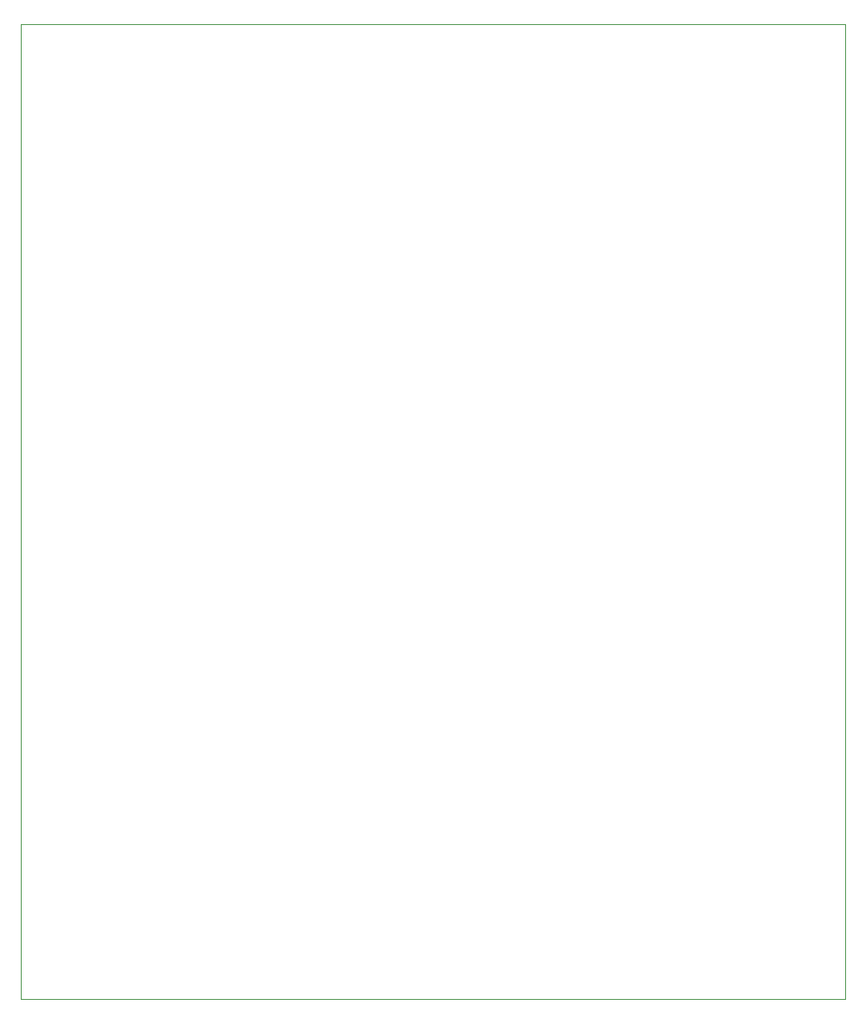
<source format=gm1>
G04 #@! TF.GenerationSoftware,KiCad,Pcbnew,(5.1.10)-1*
G04 #@! TF.CreationDate,2022-05-02T08:50:15+09:00*
G04 #@! TF.ProjectId,FV01,46563031-2e6b-4696-9361-645f70636258,Ver.1.0*
G04 #@! TF.SameCoordinates,Original*
G04 #@! TF.FileFunction,Profile,NP*
%FSLAX46Y46*%
G04 Gerber Fmt 4.6, Leading zero omitted, Abs format (unit mm)*
G04 Created by KiCad (PCBNEW (5.1.10)-1) date 2022-05-02 08:50:15*
%MOMM*%
%LPD*%
G01*
G04 APERTURE LIST*
G04 #@! TA.AperFunction,Profile*
%ADD10C,0.050000*%
G04 #@! TD*
G04 APERTURE END LIST*
D10*
X191770000Y-149860000D02*
X107950000Y-149860000D01*
X191770000Y-50800000D02*
X191770000Y-149860000D01*
X107950000Y-50800000D02*
X191770000Y-50800000D01*
X107950000Y-149860000D02*
X107950000Y-50800000D01*
M02*

</source>
